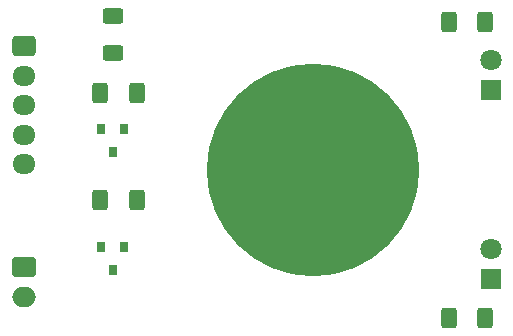
<source format=gbr>
%TF.GenerationSoftware,KiCad,Pcbnew,(6.0.4)*%
%TF.CreationDate,2022-04-25T12:40:36+02:00*%
%TF.ProjectId,switchpcb,73776974-6368-4706-9362-2e6b69636164,rev?*%
%TF.SameCoordinates,Original*%
%TF.FileFunction,Soldermask,Bot*%
%TF.FilePolarity,Negative*%
%FSLAX46Y46*%
G04 Gerber Fmt 4.6, Leading zero omitted, Abs format (unit mm)*
G04 Created by KiCad (PCBNEW (6.0.4)) date 2022-04-25 12:40:36*
%MOMM*%
%LPD*%
G01*
G04 APERTURE LIST*
G04 Aperture macros list*
%AMRoundRect*
0 Rectangle with rounded corners*
0 $1 Rounding radius*
0 $2 $3 $4 $5 $6 $7 $8 $9 X,Y pos of 4 corners*
0 Add a 4 corners polygon primitive as box body*
4,1,4,$2,$3,$4,$5,$6,$7,$8,$9,$2,$3,0*
0 Add four circle primitives for the rounded corners*
1,1,$1+$1,$2,$3*
1,1,$1+$1,$4,$5*
1,1,$1+$1,$6,$7*
1,1,$1+$1,$8,$9*
0 Add four rect primitives between the rounded corners*
20,1,$1+$1,$2,$3,$4,$5,0*
20,1,$1+$1,$4,$5,$6,$7,0*
20,1,$1+$1,$6,$7,$8,$9,0*
20,1,$1+$1,$8,$9,$2,$3,0*%
G04 Aperture macros list end*
%ADD10R,1.800000X1.800000*%
%ADD11C,1.800000*%
%ADD12RoundRect,0.250000X-0.750000X0.600000X-0.750000X-0.600000X0.750000X-0.600000X0.750000X0.600000X0*%
%ADD13O,2.000000X1.700000*%
%ADD14R,0.800000X0.900000*%
%ADD15RoundRect,0.250000X-0.625000X0.400000X-0.625000X-0.400000X0.625000X-0.400000X0.625000X0.400000X0*%
%ADD16RoundRect,0.250000X-0.725000X0.600000X-0.725000X-0.600000X0.725000X-0.600000X0.725000X0.600000X0*%
%ADD17O,1.950000X1.700000*%
%ADD18RoundRect,0.250000X-0.400000X-0.625000X0.400000X-0.625000X0.400000X0.625000X-0.400000X0.625000X0*%
%ADD19C,18.000000*%
G04 APERTURE END LIST*
D10*
%TO.C,D1*%
X69000000Y-107750000D03*
D11*
X69000000Y-105210000D03*
%TD*%
D10*
%TO.C,D2*%
X69000000Y-123750000D03*
D11*
X69000000Y-121210000D03*
%TD*%
D12*
%TO.C,J2*%
X29500000Y-122750000D03*
D13*
X29500000Y-125250000D03*
%TD*%
D14*
%TO.C,Q1*%
X36050000Y-111000000D03*
X37950000Y-111000000D03*
X37000000Y-113000000D03*
%TD*%
%TO.C,Q2*%
X36050000Y-121000000D03*
X37950000Y-121000000D03*
X37000000Y-123000000D03*
%TD*%
D15*
%TO.C,R3*%
X37000000Y-101450000D03*
X37000000Y-104550000D03*
%TD*%
D16*
%TO.C,J1*%
X29500000Y-104000000D03*
D17*
X29500000Y-106500000D03*
X29500000Y-109000000D03*
X29500000Y-111500000D03*
X29500000Y-114000000D03*
%TD*%
D18*
%TO.C,R1*%
X65450000Y-102000000D03*
X68550000Y-102000000D03*
%TD*%
%TO.C,R4*%
X35925001Y-108000000D03*
X39025001Y-108000000D03*
%TD*%
%TO.C,R5*%
X35925001Y-117000000D03*
X39025001Y-117000000D03*
%TD*%
%TO.C,R2*%
X65450000Y-127000000D03*
X68550000Y-127000000D03*
%TD*%
D19*
%TO.C,Swtich*%
X54000000Y-114500000D03*
%TD*%
M02*

</source>
